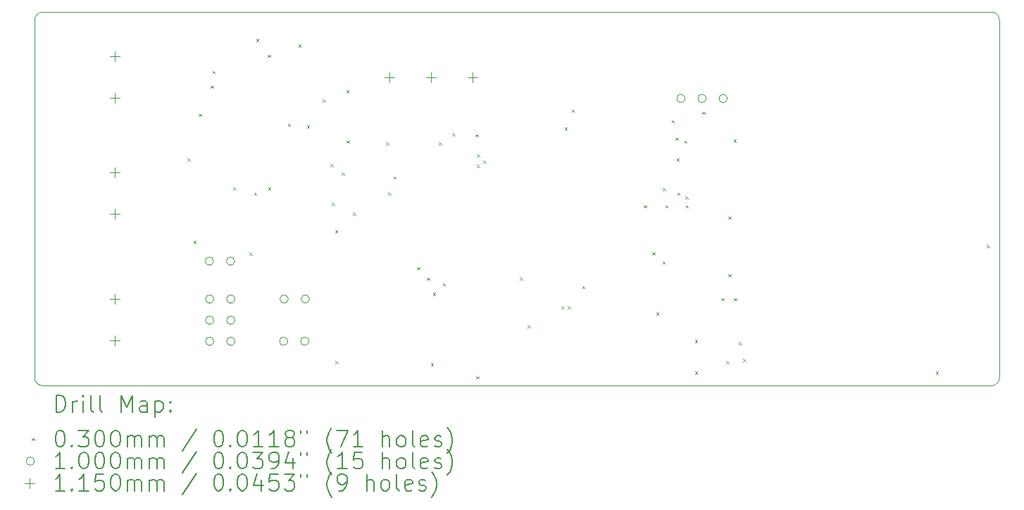
<source format=gbr>
%TF.GenerationSoftware,KiCad,Pcbnew,7.0.7*%
%TF.CreationDate,2023-10-14T20:39:13-07:00*%
%TF.ProjectId,Soil Power Sensor,536f696c-2050-46f7-9765-722053656e73,2.1.0*%
%TF.SameCoordinates,Original*%
%TF.FileFunction,Drillmap*%
%TF.FilePolarity,Positive*%
%FSLAX45Y45*%
G04 Gerber Fmt 4.5, Leading zero omitted, Abs format (unit mm)*
G04 Created by KiCad (PCBNEW 7.0.7) date 2023-10-14 20:39:13*
%MOMM*%
%LPD*%
G01*
G04 APERTURE LIST*
%ADD10C,0.050000*%
%ADD11C,0.200000*%
%ADD12C,0.030000*%
%ADD13C,0.100000*%
%ADD14C,0.115000*%
G04 APERTURE END LIST*
D10*
X12500000Y-4900000D02*
X12500000Y-9200000D01*
X24100000Y-4900000D02*
G75*
G03*
X24000000Y-4800000I-100000J0D01*
G01*
X12600000Y-9300000D02*
X24000000Y-9300000D01*
X24100000Y-9200000D02*
X24100000Y-4900000D01*
X24000000Y-9300000D02*
G75*
G03*
X24100000Y-9200000I0J100000D01*
G01*
X12600000Y-4800000D02*
G75*
G03*
X12500000Y-4900000I0J-100000D01*
G01*
X24000000Y-4800000D02*
X12600000Y-4800000D01*
X12500000Y-9200000D02*
G75*
G03*
X12600000Y-9300000I100000J0D01*
G01*
D11*
D12*
X14338000Y-6561000D02*
X14368000Y-6591000D01*
X14368000Y-6561000D02*
X14338000Y-6591000D01*
X14410000Y-7556000D02*
X14440000Y-7586000D01*
X14440000Y-7556000D02*
X14410000Y-7586000D01*
X14474000Y-6027000D02*
X14504000Y-6057000D01*
X14504000Y-6027000D02*
X14474000Y-6057000D01*
X14619000Y-5685000D02*
X14649000Y-5715000D01*
X14649000Y-5685000D02*
X14619000Y-5715000D01*
X14639000Y-5509500D02*
X14669000Y-5539500D01*
X14669000Y-5509500D02*
X14639000Y-5539500D01*
X14888000Y-6908000D02*
X14918000Y-6938000D01*
X14918000Y-6908000D02*
X14888000Y-6938000D01*
X15084000Y-7697000D02*
X15114000Y-7727000D01*
X15114000Y-7697000D02*
X15084000Y-7727000D01*
X15137000Y-6975000D02*
X15167000Y-7005000D01*
X15167000Y-6975000D02*
X15137000Y-7005000D01*
X15164000Y-5126000D02*
X15194000Y-5156000D01*
X15194000Y-5126000D02*
X15164000Y-5156000D01*
X15301000Y-5316000D02*
X15331000Y-5346000D01*
X15331000Y-5316000D02*
X15301000Y-5346000D01*
X15306000Y-6908000D02*
X15336000Y-6938000D01*
X15336000Y-6908000D02*
X15306000Y-6938000D01*
X15542500Y-6144500D02*
X15572500Y-6174500D01*
X15572500Y-6144500D02*
X15542500Y-6174500D01*
X15669500Y-5192000D02*
X15699500Y-5222000D01*
X15699500Y-5192000D02*
X15669500Y-5222000D01*
X15772150Y-6165000D02*
X15802150Y-6195000D01*
X15802150Y-6165000D02*
X15772150Y-6195000D01*
X15964000Y-5852000D02*
X15994000Y-5882000D01*
X15994000Y-5852000D02*
X15964000Y-5882000D01*
X16056000Y-6633000D02*
X16086000Y-6663000D01*
X16086000Y-6633000D02*
X16056000Y-6663000D01*
X16072000Y-7097000D02*
X16102000Y-7127000D01*
X16102000Y-7097000D02*
X16072000Y-7127000D01*
X16112000Y-7428000D02*
X16142000Y-7458000D01*
X16142000Y-7428000D02*
X16112000Y-7458000D01*
X16114000Y-9002000D02*
X16144000Y-9032000D01*
X16144000Y-9002000D02*
X16114000Y-9032000D01*
X16190000Y-6731000D02*
X16220000Y-6761000D01*
X16220000Y-6731000D02*
X16190000Y-6761000D01*
X16247000Y-5742000D02*
X16277000Y-5772000D01*
X16277000Y-5742000D02*
X16247000Y-5772000D01*
X16250000Y-6346000D02*
X16280000Y-6376000D01*
X16280000Y-6346000D02*
X16250000Y-6376000D01*
X16325000Y-7215000D02*
X16355000Y-7245000D01*
X16355000Y-7215000D02*
X16325000Y-7245000D01*
X16725000Y-6368000D02*
X16755000Y-6398000D01*
X16755000Y-6368000D02*
X16725000Y-6398000D01*
X16749000Y-6970000D02*
X16779000Y-7000000D01*
X16779000Y-6970000D02*
X16749000Y-7000000D01*
X16812500Y-6779500D02*
X16842500Y-6809500D01*
X16842500Y-6779500D02*
X16812500Y-6809500D01*
X17096000Y-7870000D02*
X17126000Y-7900000D01*
X17126000Y-7870000D02*
X17096000Y-7900000D01*
X17214000Y-7997000D02*
X17244000Y-8027000D01*
X17244000Y-7997000D02*
X17214000Y-8027000D01*
X17263000Y-9028000D02*
X17293000Y-9058000D01*
X17293000Y-9028000D02*
X17263000Y-9058000D01*
X17289000Y-8180000D02*
X17319000Y-8210000D01*
X17319000Y-8180000D02*
X17289000Y-8210000D01*
X17359000Y-6368000D02*
X17389000Y-6398000D01*
X17389000Y-6368000D02*
X17359000Y-6398000D01*
X17407000Y-8067000D02*
X17437000Y-8097000D01*
X17437000Y-8067000D02*
X17407000Y-8097000D01*
X17522000Y-6259000D02*
X17552000Y-6289000D01*
X17552000Y-6259000D02*
X17522000Y-6289000D01*
X17802000Y-6272000D02*
X17832000Y-6302000D01*
X17832000Y-6272000D02*
X17802000Y-6302000D01*
X17808000Y-9185000D02*
X17838000Y-9215000D01*
X17838000Y-9185000D02*
X17808000Y-9215000D01*
X17815800Y-6512800D02*
X17845800Y-6542800D01*
X17845800Y-6512800D02*
X17815800Y-6542800D01*
X17815800Y-6639800D02*
X17845800Y-6669800D01*
X17845800Y-6639800D02*
X17815800Y-6669800D01*
X17892000Y-6589000D02*
X17922000Y-6619000D01*
X17922000Y-6589000D02*
X17892000Y-6619000D01*
X18335000Y-7994900D02*
X18365000Y-8024900D01*
X18365000Y-7994900D02*
X18335000Y-8024900D01*
X18425400Y-8570200D02*
X18455400Y-8600200D01*
X18455400Y-8570200D02*
X18425400Y-8600200D01*
X18831800Y-8341600D02*
X18861800Y-8371600D01*
X18861800Y-8341600D02*
X18831800Y-8371600D01*
X18871000Y-6190450D02*
X18901000Y-6220450D01*
X18901000Y-6190450D02*
X18871000Y-6220450D01*
X18908000Y-8341600D02*
X18938000Y-8371600D01*
X18938000Y-8341600D02*
X18908000Y-8371600D01*
X18957000Y-5975000D02*
X18987000Y-6005000D01*
X18987000Y-5975000D02*
X18957000Y-6005000D01*
X19083721Y-8100250D02*
X19113721Y-8130250D01*
X19113721Y-8100250D02*
X19083721Y-8130250D01*
X19823000Y-7124250D02*
X19853000Y-7154250D01*
X19853000Y-7124250D02*
X19823000Y-7154250D01*
X19924000Y-7694000D02*
X19954000Y-7724000D01*
X19954000Y-7694000D02*
X19924000Y-7724000D01*
X19972000Y-8417000D02*
X20002000Y-8447000D01*
X20002000Y-8417000D02*
X19972000Y-8447000D01*
X20047000Y-7805000D02*
X20077000Y-7835000D01*
X20077000Y-7805000D02*
X20047000Y-7835000D01*
X20051000Y-6919200D02*
X20081000Y-6949200D01*
X20081000Y-6919200D02*
X20051000Y-6949200D01*
X20083000Y-7124250D02*
X20113000Y-7154250D01*
X20113000Y-7124250D02*
X20083000Y-7154250D01*
X20158000Y-6103000D02*
X20188000Y-6133000D01*
X20188000Y-6103000D02*
X20158000Y-6133000D01*
X20204000Y-6313000D02*
X20234000Y-6343000D01*
X20234000Y-6313000D02*
X20204000Y-6343000D01*
X20217000Y-6563000D02*
X20247000Y-6593000D01*
X20247000Y-6563000D02*
X20217000Y-6593000D01*
X20226900Y-6971900D02*
X20256900Y-7001900D01*
X20256900Y-6971900D02*
X20226900Y-7001900D01*
X20310000Y-6349000D02*
X20340000Y-6379000D01*
X20340000Y-6349000D02*
X20310000Y-6379000D01*
X20325000Y-7018950D02*
X20355000Y-7048950D01*
X20355000Y-7018950D02*
X20325000Y-7048950D01*
X20326000Y-7124250D02*
X20356000Y-7154250D01*
X20356000Y-7124250D02*
X20326000Y-7154250D01*
X20436000Y-9128000D02*
X20466000Y-9158000D01*
X20466000Y-9128000D02*
X20436000Y-9158000D01*
X20437000Y-8747000D02*
X20467000Y-8777000D01*
X20467000Y-8747000D02*
X20437000Y-8777000D01*
X20526000Y-6000000D02*
X20556000Y-6030000D01*
X20556000Y-6000000D02*
X20526000Y-6030000D01*
X20757000Y-8243000D02*
X20787000Y-8273000D01*
X20787000Y-8243000D02*
X20757000Y-8273000D01*
X20813000Y-9002000D02*
X20843000Y-9032000D01*
X20843000Y-9002000D02*
X20813000Y-9032000D01*
X20839000Y-7262000D02*
X20869000Y-7292000D01*
X20869000Y-7262000D02*
X20839000Y-7292000D01*
X20839000Y-7954000D02*
X20869000Y-7984000D01*
X20869000Y-7954000D02*
X20839000Y-7984000D01*
X20902000Y-6335000D02*
X20932000Y-6365000D01*
X20932000Y-6335000D02*
X20902000Y-6365000D01*
X20910000Y-8243000D02*
X20940000Y-8273000D01*
X20940000Y-8243000D02*
X20910000Y-8273000D01*
X20965400Y-8773400D02*
X20995400Y-8803400D01*
X20995400Y-8773400D02*
X20965400Y-8803400D01*
X21016200Y-8976600D02*
X21046200Y-9006600D01*
X21046200Y-8976600D02*
X21016200Y-9006600D01*
X23335000Y-9129000D02*
X23365000Y-9159000D01*
X23365000Y-9129000D02*
X23335000Y-9159000D01*
X23949000Y-7605000D02*
X23979000Y-7635000D01*
X23979000Y-7605000D02*
X23949000Y-7635000D01*
D13*
X14650000Y-7800000D02*
G75*
G03*
X14650000Y-7800000I-50000J0D01*
G01*
X14654500Y-8256500D02*
G75*
G03*
X14654500Y-8256500I-50000J0D01*
G01*
X14654500Y-8510500D02*
G75*
G03*
X14654500Y-8510500I-50000J0D01*
G01*
X14654500Y-8764500D02*
G75*
G03*
X14654500Y-8764500I-50000J0D01*
G01*
X14904000Y-7800000D02*
G75*
G03*
X14904000Y-7800000I-50000J0D01*
G01*
X14908500Y-8256500D02*
G75*
G03*
X14908500Y-8256500I-50000J0D01*
G01*
X14908500Y-8510500D02*
G75*
G03*
X14908500Y-8510500I-50000J0D01*
G01*
X14908500Y-8764500D02*
G75*
G03*
X14908500Y-8764500I-50000J0D01*
G01*
X15544000Y-8763000D02*
G75*
G03*
X15544000Y-8763000I-50000J0D01*
G01*
X15550000Y-8255000D02*
G75*
G03*
X15550000Y-8255000I-50000J0D01*
G01*
X15798000Y-8763000D02*
G75*
G03*
X15798000Y-8763000I-50000J0D01*
G01*
X15804000Y-8255000D02*
G75*
G03*
X15804000Y-8255000I-50000J0D01*
G01*
X20319200Y-5842000D02*
G75*
G03*
X20319200Y-5842000I-50000J0D01*
G01*
X20573200Y-5842000D02*
G75*
G03*
X20573200Y-5842000I-50000J0D01*
G01*
X20827200Y-5842000D02*
G75*
G03*
X20827200Y-5842000I-50000J0D01*
G01*
D14*
X13462000Y-5276500D02*
X13462000Y-5391500D01*
X13404500Y-5334000D02*
X13519500Y-5334000D01*
X13462000Y-5776500D02*
X13462000Y-5891500D01*
X13404500Y-5834000D02*
X13519500Y-5834000D01*
X13462000Y-6673500D02*
X13462000Y-6788500D01*
X13404500Y-6731000D02*
X13519500Y-6731000D01*
X13462000Y-7173500D02*
X13462000Y-7288500D01*
X13404500Y-7231000D02*
X13519500Y-7231000D01*
X13462000Y-8197500D02*
X13462000Y-8312500D01*
X13404500Y-8255000D02*
X13519500Y-8255000D01*
X13462000Y-8697500D02*
X13462000Y-8812500D01*
X13404500Y-8755000D02*
X13519500Y-8755000D01*
X16764000Y-5530500D02*
X16764000Y-5645500D01*
X16706500Y-5588000D02*
X16821500Y-5588000D01*
X17264000Y-5530500D02*
X17264000Y-5645500D01*
X17206500Y-5588000D02*
X17321500Y-5588000D01*
X17764000Y-5530500D02*
X17764000Y-5645500D01*
X17706500Y-5588000D02*
X17821500Y-5588000D01*
D11*
X12758277Y-9613984D02*
X12758277Y-9413984D01*
X12758277Y-9413984D02*
X12805896Y-9413984D01*
X12805896Y-9413984D02*
X12834467Y-9423508D01*
X12834467Y-9423508D02*
X12853515Y-9442555D01*
X12853515Y-9442555D02*
X12863039Y-9461603D01*
X12863039Y-9461603D02*
X12872562Y-9499698D01*
X12872562Y-9499698D02*
X12872562Y-9528270D01*
X12872562Y-9528270D02*
X12863039Y-9566365D01*
X12863039Y-9566365D02*
X12853515Y-9585412D01*
X12853515Y-9585412D02*
X12834467Y-9604460D01*
X12834467Y-9604460D02*
X12805896Y-9613984D01*
X12805896Y-9613984D02*
X12758277Y-9613984D01*
X12958277Y-9613984D02*
X12958277Y-9480650D01*
X12958277Y-9518746D02*
X12967801Y-9499698D01*
X12967801Y-9499698D02*
X12977324Y-9490174D01*
X12977324Y-9490174D02*
X12996372Y-9480650D01*
X12996372Y-9480650D02*
X13015420Y-9480650D01*
X13082086Y-9613984D02*
X13082086Y-9480650D01*
X13082086Y-9413984D02*
X13072562Y-9423508D01*
X13072562Y-9423508D02*
X13082086Y-9433031D01*
X13082086Y-9433031D02*
X13091610Y-9423508D01*
X13091610Y-9423508D02*
X13082086Y-9413984D01*
X13082086Y-9413984D02*
X13082086Y-9433031D01*
X13205896Y-9613984D02*
X13186848Y-9604460D01*
X13186848Y-9604460D02*
X13177324Y-9585412D01*
X13177324Y-9585412D02*
X13177324Y-9413984D01*
X13310658Y-9613984D02*
X13291610Y-9604460D01*
X13291610Y-9604460D02*
X13282086Y-9585412D01*
X13282086Y-9585412D02*
X13282086Y-9413984D01*
X13539229Y-9613984D02*
X13539229Y-9413984D01*
X13539229Y-9413984D02*
X13605896Y-9556841D01*
X13605896Y-9556841D02*
X13672562Y-9413984D01*
X13672562Y-9413984D02*
X13672562Y-9613984D01*
X13853515Y-9613984D02*
X13853515Y-9509222D01*
X13853515Y-9509222D02*
X13843991Y-9490174D01*
X13843991Y-9490174D02*
X13824943Y-9480650D01*
X13824943Y-9480650D02*
X13786848Y-9480650D01*
X13786848Y-9480650D02*
X13767801Y-9490174D01*
X13853515Y-9604460D02*
X13834467Y-9613984D01*
X13834467Y-9613984D02*
X13786848Y-9613984D01*
X13786848Y-9613984D02*
X13767801Y-9604460D01*
X13767801Y-9604460D02*
X13758277Y-9585412D01*
X13758277Y-9585412D02*
X13758277Y-9566365D01*
X13758277Y-9566365D02*
X13767801Y-9547317D01*
X13767801Y-9547317D02*
X13786848Y-9537793D01*
X13786848Y-9537793D02*
X13834467Y-9537793D01*
X13834467Y-9537793D02*
X13853515Y-9528270D01*
X13948753Y-9480650D02*
X13948753Y-9680650D01*
X13948753Y-9490174D02*
X13967801Y-9480650D01*
X13967801Y-9480650D02*
X14005896Y-9480650D01*
X14005896Y-9480650D02*
X14024943Y-9490174D01*
X14024943Y-9490174D02*
X14034467Y-9499698D01*
X14034467Y-9499698D02*
X14043991Y-9518746D01*
X14043991Y-9518746D02*
X14043991Y-9575889D01*
X14043991Y-9575889D02*
X14034467Y-9594936D01*
X14034467Y-9594936D02*
X14024943Y-9604460D01*
X14024943Y-9604460D02*
X14005896Y-9613984D01*
X14005896Y-9613984D02*
X13967801Y-9613984D01*
X13967801Y-9613984D02*
X13948753Y-9604460D01*
X14129705Y-9594936D02*
X14139229Y-9604460D01*
X14139229Y-9604460D02*
X14129705Y-9613984D01*
X14129705Y-9613984D02*
X14120182Y-9604460D01*
X14120182Y-9604460D02*
X14129705Y-9594936D01*
X14129705Y-9594936D02*
X14129705Y-9613984D01*
X14129705Y-9490174D02*
X14139229Y-9499698D01*
X14139229Y-9499698D02*
X14129705Y-9509222D01*
X14129705Y-9509222D02*
X14120182Y-9499698D01*
X14120182Y-9499698D02*
X14129705Y-9490174D01*
X14129705Y-9490174D02*
X14129705Y-9509222D01*
D12*
X12467500Y-9927500D02*
X12497500Y-9957500D01*
X12497500Y-9927500D02*
X12467500Y-9957500D01*
D11*
X12796372Y-9833984D02*
X12815420Y-9833984D01*
X12815420Y-9833984D02*
X12834467Y-9843508D01*
X12834467Y-9843508D02*
X12843991Y-9853031D01*
X12843991Y-9853031D02*
X12853515Y-9872079D01*
X12853515Y-9872079D02*
X12863039Y-9910174D01*
X12863039Y-9910174D02*
X12863039Y-9957793D01*
X12863039Y-9957793D02*
X12853515Y-9995889D01*
X12853515Y-9995889D02*
X12843991Y-10014936D01*
X12843991Y-10014936D02*
X12834467Y-10024460D01*
X12834467Y-10024460D02*
X12815420Y-10033984D01*
X12815420Y-10033984D02*
X12796372Y-10033984D01*
X12796372Y-10033984D02*
X12777324Y-10024460D01*
X12777324Y-10024460D02*
X12767801Y-10014936D01*
X12767801Y-10014936D02*
X12758277Y-9995889D01*
X12758277Y-9995889D02*
X12748753Y-9957793D01*
X12748753Y-9957793D02*
X12748753Y-9910174D01*
X12748753Y-9910174D02*
X12758277Y-9872079D01*
X12758277Y-9872079D02*
X12767801Y-9853031D01*
X12767801Y-9853031D02*
X12777324Y-9843508D01*
X12777324Y-9843508D02*
X12796372Y-9833984D01*
X12948753Y-10014936D02*
X12958277Y-10024460D01*
X12958277Y-10024460D02*
X12948753Y-10033984D01*
X12948753Y-10033984D02*
X12939229Y-10024460D01*
X12939229Y-10024460D02*
X12948753Y-10014936D01*
X12948753Y-10014936D02*
X12948753Y-10033984D01*
X13024943Y-9833984D02*
X13148753Y-9833984D01*
X13148753Y-9833984D02*
X13082086Y-9910174D01*
X13082086Y-9910174D02*
X13110658Y-9910174D01*
X13110658Y-9910174D02*
X13129705Y-9919698D01*
X13129705Y-9919698D02*
X13139229Y-9929222D01*
X13139229Y-9929222D02*
X13148753Y-9948270D01*
X13148753Y-9948270D02*
X13148753Y-9995889D01*
X13148753Y-9995889D02*
X13139229Y-10014936D01*
X13139229Y-10014936D02*
X13129705Y-10024460D01*
X13129705Y-10024460D02*
X13110658Y-10033984D01*
X13110658Y-10033984D02*
X13053515Y-10033984D01*
X13053515Y-10033984D02*
X13034467Y-10024460D01*
X13034467Y-10024460D02*
X13024943Y-10014936D01*
X13272562Y-9833984D02*
X13291610Y-9833984D01*
X13291610Y-9833984D02*
X13310658Y-9843508D01*
X13310658Y-9843508D02*
X13320182Y-9853031D01*
X13320182Y-9853031D02*
X13329705Y-9872079D01*
X13329705Y-9872079D02*
X13339229Y-9910174D01*
X13339229Y-9910174D02*
X13339229Y-9957793D01*
X13339229Y-9957793D02*
X13329705Y-9995889D01*
X13329705Y-9995889D02*
X13320182Y-10014936D01*
X13320182Y-10014936D02*
X13310658Y-10024460D01*
X13310658Y-10024460D02*
X13291610Y-10033984D01*
X13291610Y-10033984D02*
X13272562Y-10033984D01*
X13272562Y-10033984D02*
X13253515Y-10024460D01*
X13253515Y-10024460D02*
X13243991Y-10014936D01*
X13243991Y-10014936D02*
X13234467Y-9995889D01*
X13234467Y-9995889D02*
X13224943Y-9957793D01*
X13224943Y-9957793D02*
X13224943Y-9910174D01*
X13224943Y-9910174D02*
X13234467Y-9872079D01*
X13234467Y-9872079D02*
X13243991Y-9853031D01*
X13243991Y-9853031D02*
X13253515Y-9843508D01*
X13253515Y-9843508D02*
X13272562Y-9833984D01*
X13463039Y-9833984D02*
X13482086Y-9833984D01*
X13482086Y-9833984D02*
X13501134Y-9843508D01*
X13501134Y-9843508D02*
X13510658Y-9853031D01*
X13510658Y-9853031D02*
X13520182Y-9872079D01*
X13520182Y-9872079D02*
X13529705Y-9910174D01*
X13529705Y-9910174D02*
X13529705Y-9957793D01*
X13529705Y-9957793D02*
X13520182Y-9995889D01*
X13520182Y-9995889D02*
X13510658Y-10014936D01*
X13510658Y-10014936D02*
X13501134Y-10024460D01*
X13501134Y-10024460D02*
X13482086Y-10033984D01*
X13482086Y-10033984D02*
X13463039Y-10033984D01*
X13463039Y-10033984D02*
X13443991Y-10024460D01*
X13443991Y-10024460D02*
X13434467Y-10014936D01*
X13434467Y-10014936D02*
X13424943Y-9995889D01*
X13424943Y-9995889D02*
X13415420Y-9957793D01*
X13415420Y-9957793D02*
X13415420Y-9910174D01*
X13415420Y-9910174D02*
X13424943Y-9872079D01*
X13424943Y-9872079D02*
X13434467Y-9853031D01*
X13434467Y-9853031D02*
X13443991Y-9843508D01*
X13443991Y-9843508D02*
X13463039Y-9833984D01*
X13615420Y-10033984D02*
X13615420Y-9900650D01*
X13615420Y-9919698D02*
X13624943Y-9910174D01*
X13624943Y-9910174D02*
X13643991Y-9900650D01*
X13643991Y-9900650D02*
X13672563Y-9900650D01*
X13672563Y-9900650D02*
X13691610Y-9910174D01*
X13691610Y-9910174D02*
X13701134Y-9929222D01*
X13701134Y-9929222D02*
X13701134Y-10033984D01*
X13701134Y-9929222D02*
X13710658Y-9910174D01*
X13710658Y-9910174D02*
X13729705Y-9900650D01*
X13729705Y-9900650D02*
X13758277Y-9900650D01*
X13758277Y-9900650D02*
X13777324Y-9910174D01*
X13777324Y-9910174D02*
X13786848Y-9929222D01*
X13786848Y-9929222D02*
X13786848Y-10033984D01*
X13882086Y-10033984D02*
X13882086Y-9900650D01*
X13882086Y-9919698D02*
X13891610Y-9910174D01*
X13891610Y-9910174D02*
X13910658Y-9900650D01*
X13910658Y-9900650D02*
X13939229Y-9900650D01*
X13939229Y-9900650D02*
X13958277Y-9910174D01*
X13958277Y-9910174D02*
X13967801Y-9929222D01*
X13967801Y-9929222D02*
X13967801Y-10033984D01*
X13967801Y-9929222D02*
X13977324Y-9910174D01*
X13977324Y-9910174D02*
X13996372Y-9900650D01*
X13996372Y-9900650D02*
X14024943Y-9900650D01*
X14024943Y-9900650D02*
X14043991Y-9910174D01*
X14043991Y-9910174D02*
X14053515Y-9929222D01*
X14053515Y-9929222D02*
X14053515Y-10033984D01*
X14443991Y-9824460D02*
X14272563Y-10081603D01*
X14701134Y-9833984D02*
X14720182Y-9833984D01*
X14720182Y-9833984D02*
X14739229Y-9843508D01*
X14739229Y-9843508D02*
X14748753Y-9853031D01*
X14748753Y-9853031D02*
X14758277Y-9872079D01*
X14758277Y-9872079D02*
X14767801Y-9910174D01*
X14767801Y-9910174D02*
X14767801Y-9957793D01*
X14767801Y-9957793D02*
X14758277Y-9995889D01*
X14758277Y-9995889D02*
X14748753Y-10014936D01*
X14748753Y-10014936D02*
X14739229Y-10024460D01*
X14739229Y-10024460D02*
X14720182Y-10033984D01*
X14720182Y-10033984D02*
X14701134Y-10033984D01*
X14701134Y-10033984D02*
X14682086Y-10024460D01*
X14682086Y-10024460D02*
X14672563Y-10014936D01*
X14672563Y-10014936D02*
X14663039Y-9995889D01*
X14663039Y-9995889D02*
X14653515Y-9957793D01*
X14653515Y-9957793D02*
X14653515Y-9910174D01*
X14653515Y-9910174D02*
X14663039Y-9872079D01*
X14663039Y-9872079D02*
X14672563Y-9853031D01*
X14672563Y-9853031D02*
X14682086Y-9843508D01*
X14682086Y-9843508D02*
X14701134Y-9833984D01*
X14853515Y-10014936D02*
X14863039Y-10024460D01*
X14863039Y-10024460D02*
X14853515Y-10033984D01*
X14853515Y-10033984D02*
X14843991Y-10024460D01*
X14843991Y-10024460D02*
X14853515Y-10014936D01*
X14853515Y-10014936D02*
X14853515Y-10033984D01*
X14986848Y-9833984D02*
X15005896Y-9833984D01*
X15005896Y-9833984D02*
X15024944Y-9843508D01*
X15024944Y-9843508D02*
X15034467Y-9853031D01*
X15034467Y-9853031D02*
X15043991Y-9872079D01*
X15043991Y-9872079D02*
X15053515Y-9910174D01*
X15053515Y-9910174D02*
X15053515Y-9957793D01*
X15053515Y-9957793D02*
X15043991Y-9995889D01*
X15043991Y-9995889D02*
X15034467Y-10014936D01*
X15034467Y-10014936D02*
X15024944Y-10024460D01*
X15024944Y-10024460D02*
X15005896Y-10033984D01*
X15005896Y-10033984D02*
X14986848Y-10033984D01*
X14986848Y-10033984D02*
X14967801Y-10024460D01*
X14967801Y-10024460D02*
X14958277Y-10014936D01*
X14958277Y-10014936D02*
X14948753Y-9995889D01*
X14948753Y-9995889D02*
X14939229Y-9957793D01*
X14939229Y-9957793D02*
X14939229Y-9910174D01*
X14939229Y-9910174D02*
X14948753Y-9872079D01*
X14948753Y-9872079D02*
X14958277Y-9853031D01*
X14958277Y-9853031D02*
X14967801Y-9843508D01*
X14967801Y-9843508D02*
X14986848Y-9833984D01*
X15243991Y-10033984D02*
X15129706Y-10033984D01*
X15186848Y-10033984D02*
X15186848Y-9833984D01*
X15186848Y-9833984D02*
X15167801Y-9862555D01*
X15167801Y-9862555D02*
X15148753Y-9881603D01*
X15148753Y-9881603D02*
X15129706Y-9891127D01*
X15434467Y-10033984D02*
X15320182Y-10033984D01*
X15377325Y-10033984D02*
X15377325Y-9833984D01*
X15377325Y-9833984D02*
X15358277Y-9862555D01*
X15358277Y-9862555D02*
X15339229Y-9881603D01*
X15339229Y-9881603D02*
X15320182Y-9891127D01*
X15548753Y-9919698D02*
X15529706Y-9910174D01*
X15529706Y-9910174D02*
X15520182Y-9900650D01*
X15520182Y-9900650D02*
X15510658Y-9881603D01*
X15510658Y-9881603D02*
X15510658Y-9872079D01*
X15510658Y-9872079D02*
X15520182Y-9853031D01*
X15520182Y-9853031D02*
X15529706Y-9843508D01*
X15529706Y-9843508D02*
X15548753Y-9833984D01*
X15548753Y-9833984D02*
X15586848Y-9833984D01*
X15586848Y-9833984D02*
X15605896Y-9843508D01*
X15605896Y-9843508D02*
X15615420Y-9853031D01*
X15615420Y-9853031D02*
X15624944Y-9872079D01*
X15624944Y-9872079D02*
X15624944Y-9881603D01*
X15624944Y-9881603D02*
X15615420Y-9900650D01*
X15615420Y-9900650D02*
X15605896Y-9910174D01*
X15605896Y-9910174D02*
X15586848Y-9919698D01*
X15586848Y-9919698D02*
X15548753Y-9919698D01*
X15548753Y-9919698D02*
X15529706Y-9929222D01*
X15529706Y-9929222D02*
X15520182Y-9938746D01*
X15520182Y-9938746D02*
X15510658Y-9957793D01*
X15510658Y-9957793D02*
X15510658Y-9995889D01*
X15510658Y-9995889D02*
X15520182Y-10014936D01*
X15520182Y-10014936D02*
X15529706Y-10024460D01*
X15529706Y-10024460D02*
X15548753Y-10033984D01*
X15548753Y-10033984D02*
X15586848Y-10033984D01*
X15586848Y-10033984D02*
X15605896Y-10024460D01*
X15605896Y-10024460D02*
X15615420Y-10014936D01*
X15615420Y-10014936D02*
X15624944Y-9995889D01*
X15624944Y-9995889D02*
X15624944Y-9957793D01*
X15624944Y-9957793D02*
X15615420Y-9938746D01*
X15615420Y-9938746D02*
X15605896Y-9929222D01*
X15605896Y-9929222D02*
X15586848Y-9919698D01*
X15701134Y-9833984D02*
X15701134Y-9872079D01*
X15777325Y-9833984D02*
X15777325Y-9872079D01*
X16072563Y-10110174D02*
X16063039Y-10100650D01*
X16063039Y-10100650D02*
X16043991Y-10072079D01*
X16043991Y-10072079D02*
X16034468Y-10053031D01*
X16034468Y-10053031D02*
X16024944Y-10024460D01*
X16024944Y-10024460D02*
X16015420Y-9976841D01*
X16015420Y-9976841D02*
X16015420Y-9938746D01*
X16015420Y-9938746D02*
X16024944Y-9891127D01*
X16024944Y-9891127D02*
X16034468Y-9862555D01*
X16034468Y-9862555D02*
X16043991Y-9843508D01*
X16043991Y-9843508D02*
X16063039Y-9814936D01*
X16063039Y-9814936D02*
X16072563Y-9805412D01*
X16129706Y-9833984D02*
X16263039Y-9833984D01*
X16263039Y-9833984D02*
X16177325Y-10033984D01*
X16443991Y-10033984D02*
X16329706Y-10033984D01*
X16386848Y-10033984D02*
X16386848Y-9833984D01*
X16386848Y-9833984D02*
X16367801Y-9862555D01*
X16367801Y-9862555D02*
X16348753Y-9881603D01*
X16348753Y-9881603D02*
X16329706Y-9891127D01*
X16682087Y-10033984D02*
X16682087Y-9833984D01*
X16767801Y-10033984D02*
X16767801Y-9929222D01*
X16767801Y-9929222D02*
X16758277Y-9910174D01*
X16758277Y-9910174D02*
X16739230Y-9900650D01*
X16739230Y-9900650D02*
X16710658Y-9900650D01*
X16710658Y-9900650D02*
X16691610Y-9910174D01*
X16691610Y-9910174D02*
X16682087Y-9919698D01*
X16891611Y-10033984D02*
X16872563Y-10024460D01*
X16872563Y-10024460D02*
X16863039Y-10014936D01*
X16863039Y-10014936D02*
X16853515Y-9995889D01*
X16853515Y-9995889D02*
X16853515Y-9938746D01*
X16853515Y-9938746D02*
X16863039Y-9919698D01*
X16863039Y-9919698D02*
X16872563Y-9910174D01*
X16872563Y-9910174D02*
X16891611Y-9900650D01*
X16891611Y-9900650D02*
X16920182Y-9900650D01*
X16920182Y-9900650D02*
X16939230Y-9910174D01*
X16939230Y-9910174D02*
X16948753Y-9919698D01*
X16948753Y-9919698D02*
X16958277Y-9938746D01*
X16958277Y-9938746D02*
X16958277Y-9995889D01*
X16958277Y-9995889D02*
X16948753Y-10014936D01*
X16948753Y-10014936D02*
X16939230Y-10024460D01*
X16939230Y-10024460D02*
X16920182Y-10033984D01*
X16920182Y-10033984D02*
X16891611Y-10033984D01*
X17072563Y-10033984D02*
X17053515Y-10024460D01*
X17053515Y-10024460D02*
X17043992Y-10005412D01*
X17043992Y-10005412D02*
X17043992Y-9833984D01*
X17224944Y-10024460D02*
X17205896Y-10033984D01*
X17205896Y-10033984D02*
X17167801Y-10033984D01*
X17167801Y-10033984D02*
X17148753Y-10024460D01*
X17148753Y-10024460D02*
X17139230Y-10005412D01*
X17139230Y-10005412D02*
X17139230Y-9929222D01*
X17139230Y-9929222D02*
X17148753Y-9910174D01*
X17148753Y-9910174D02*
X17167801Y-9900650D01*
X17167801Y-9900650D02*
X17205896Y-9900650D01*
X17205896Y-9900650D02*
X17224944Y-9910174D01*
X17224944Y-9910174D02*
X17234468Y-9929222D01*
X17234468Y-9929222D02*
X17234468Y-9948270D01*
X17234468Y-9948270D02*
X17139230Y-9967317D01*
X17310658Y-10024460D02*
X17329706Y-10033984D01*
X17329706Y-10033984D02*
X17367801Y-10033984D01*
X17367801Y-10033984D02*
X17386849Y-10024460D01*
X17386849Y-10024460D02*
X17396373Y-10005412D01*
X17396373Y-10005412D02*
X17396373Y-9995889D01*
X17396373Y-9995889D02*
X17386849Y-9976841D01*
X17386849Y-9976841D02*
X17367801Y-9967317D01*
X17367801Y-9967317D02*
X17339230Y-9967317D01*
X17339230Y-9967317D02*
X17320182Y-9957793D01*
X17320182Y-9957793D02*
X17310658Y-9938746D01*
X17310658Y-9938746D02*
X17310658Y-9929222D01*
X17310658Y-9929222D02*
X17320182Y-9910174D01*
X17320182Y-9910174D02*
X17339230Y-9900650D01*
X17339230Y-9900650D02*
X17367801Y-9900650D01*
X17367801Y-9900650D02*
X17386849Y-9910174D01*
X17463039Y-10110174D02*
X17472563Y-10100650D01*
X17472563Y-10100650D02*
X17491611Y-10072079D01*
X17491611Y-10072079D02*
X17501134Y-10053031D01*
X17501134Y-10053031D02*
X17510658Y-10024460D01*
X17510658Y-10024460D02*
X17520182Y-9976841D01*
X17520182Y-9976841D02*
X17520182Y-9938746D01*
X17520182Y-9938746D02*
X17510658Y-9891127D01*
X17510658Y-9891127D02*
X17501134Y-9862555D01*
X17501134Y-9862555D02*
X17491611Y-9843508D01*
X17491611Y-9843508D02*
X17472563Y-9814936D01*
X17472563Y-9814936D02*
X17463039Y-9805412D01*
D13*
X12497500Y-10206500D02*
G75*
G03*
X12497500Y-10206500I-50000J0D01*
G01*
D11*
X12863039Y-10297984D02*
X12748753Y-10297984D01*
X12805896Y-10297984D02*
X12805896Y-10097984D01*
X12805896Y-10097984D02*
X12786848Y-10126555D01*
X12786848Y-10126555D02*
X12767801Y-10145603D01*
X12767801Y-10145603D02*
X12748753Y-10155127D01*
X12948753Y-10278936D02*
X12958277Y-10288460D01*
X12958277Y-10288460D02*
X12948753Y-10297984D01*
X12948753Y-10297984D02*
X12939229Y-10288460D01*
X12939229Y-10288460D02*
X12948753Y-10278936D01*
X12948753Y-10278936D02*
X12948753Y-10297984D01*
X13082086Y-10097984D02*
X13101134Y-10097984D01*
X13101134Y-10097984D02*
X13120182Y-10107508D01*
X13120182Y-10107508D02*
X13129705Y-10117031D01*
X13129705Y-10117031D02*
X13139229Y-10136079D01*
X13139229Y-10136079D02*
X13148753Y-10174174D01*
X13148753Y-10174174D02*
X13148753Y-10221793D01*
X13148753Y-10221793D02*
X13139229Y-10259889D01*
X13139229Y-10259889D02*
X13129705Y-10278936D01*
X13129705Y-10278936D02*
X13120182Y-10288460D01*
X13120182Y-10288460D02*
X13101134Y-10297984D01*
X13101134Y-10297984D02*
X13082086Y-10297984D01*
X13082086Y-10297984D02*
X13063039Y-10288460D01*
X13063039Y-10288460D02*
X13053515Y-10278936D01*
X13053515Y-10278936D02*
X13043991Y-10259889D01*
X13043991Y-10259889D02*
X13034467Y-10221793D01*
X13034467Y-10221793D02*
X13034467Y-10174174D01*
X13034467Y-10174174D02*
X13043991Y-10136079D01*
X13043991Y-10136079D02*
X13053515Y-10117031D01*
X13053515Y-10117031D02*
X13063039Y-10107508D01*
X13063039Y-10107508D02*
X13082086Y-10097984D01*
X13272562Y-10097984D02*
X13291610Y-10097984D01*
X13291610Y-10097984D02*
X13310658Y-10107508D01*
X13310658Y-10107508D02*
X13320182Y-10117031D01*
X13320182Y-10117031D02*
X13329705Y-10136079D01*
X13329705Y-10136079D02*
X13339229Y-10174174D01*
X13339229Y-10174174D02*
X13339229Y-10221793D01*
X13339229Y-10221793D02*
X13329705Y-10259889D01*
X13329705Y-10259889D02*
X13320182Y-10278936D01*
X13320182Y-10278936D02*
X13310658Y-10288460D01*
X13310658Y-10288460D02*
X13291610Y-10297984D01*
X13291610Y-10297984D02*
X13272562Y-10297984D01*
X13272562Y-10297984D02*
X13253515Y-10288460D01*
X13253515Y-10288460D02*
X13243991Y-10278936D01*
X13243991Y-10278936D02*
X13234467Y-10259889D01*
X13234467Y-10259889D02*
X13224943Y-10221793D01*
X13224943Y-10221793D02*
X13224943Y-10174174D01*
X13224943Y-10174174D02*
X13234467Y-10136079D01*
X13234467Y-10136079D02*
X13243991Y-10117031D01*
X13243991Y-10117031D02*
X13253515Y-10107508D01*
X13253515Y-10107508D02*
X13272562Y-10097984D01*
X13463039Y-10097984D02*
X13482086Y-10097984D01*
X13482086Y-10097984D02*
X13501134Y-10107508D01*
X13501134Y-10107508D02*
X13510658Y-10117031D01*
X13510658Y-10117031D02*
X13520182Y-10136079D01*
X13520182Y-10136079D02*
X13529705Y-10174174D01*
X13529705Y-10174174D02*
X13529705Y-10221793D01*
X13529705Y-10221793D02*
X13520182Y-10259889D01*
X13520182Y-10259889D02*
X13510658Y-10278936D01*
X13510658Y-10278936D02*
X13501134Y-10288460D01*
X13501134Y-10288460D02*
X13482086Y-10297984D01*
X13482086Y-10297984D02*
X13463039Y-10297984D01*
X13463039Y-10297984D02*
X13443991Y-10288460D01*
X13443991Y-10288460D02*
X13434467Y-10278936D01*
X13434467Y-10278936D02*
X13424943Y-10259889D01*
X13424943Y-10259889D02*
X13415420Y-10221793D01*
X13415420Y-10221793D02*
X13415420Y-10174174D01*
X13415420Y-10174174D02*
X13424943Y-10136079D01*
X13424943Y-10136079D02*
X13434467Y-10117031D01*
X13434467Y-10117031D02*
X13443991Y-10107508D01*
X13443991Y-10107508D02*
X13463039Y-10097984D01*
X13615420Y-10297984D02*
X13615420Y-10164650D01*
X13615420Y-10183698D02*
X13624943Y-10174174D01*
X13624943Y-10174174D02*
X13643991Y-10164650D01*
X13643991Y-10164650D02*
X13672563Y-10164650D01*
X13672563Y-10164650D02*
X13691610Y-10174174D01*
X13691610Y-10174174D02*
X13701134Y-10193222D01*
X13701134Y-10193222D02*
X13701134Y-10297984D01*
X13701134Y-10193222D02*
X13710658Y-10174174D01*
X13710658Y-10174174D02*
X13729705Y-10164650D01*
X13729705Y-10164650D02*
X13758277Y-10164650D01*
X13758277Y-10164650D02*
X13777324Y-10174174D01*
X13777324Y-10174174D02*
X13786848Y-10193222D01*
X13786848Y-10193222D02*
X13786848Y-10297984D01*
X13882086Y-10297984D02*
X13882086Y-10164650D01*
X13882086Y-10183698D02*
X13891610Y-10174174D01*
X13891610Y-10174174D02*
X13910658Y-10164650D01*
X13910658Y-10164650D02*
X13939229Y-10164650D01*
X13939229Y-10164650D02*
X13958277Y-10174174D01*
X13958277Y-10174174D02*
X13967801Y-10193222D01*
X13967801Y-10193222D02*
X13967801Y-10297984D01*
X13967801Y-10193222D02*
X13977324Y-10174174D01*
X13977324Y-10174174D02*
X13996372Y-10164650D01*
X13996372Y-10164650D02*
X14024943Y-10164650D01*
X14024943Y-10164650D02*
X14043991Y-10174174D01*
X14043991Y-10174174D02*
X14053515Y-10193222D01*
X14053515Y-10193222D02*
X14053515Y-10297984D01*
X14443991Y-10088460D02*
X14272563Y-10345603D01*
X14701134Y-10097984D02*
X14720182Y-10097984D01*
X14720182Y-10097984D02*
X14739229Y-10107508D01*
X14739229Y-10107508D02*
X14748753Y-10117031D01*
X14748753Y-10117031D02*
X14758277Y-10136079D01*
X14758277Y-10136079D02*
X14767801Y-10174174D01*
X14767801Y-10174174D02*
X14767801Y-10221793D01*
X14767801Y-10221793D02*
X14758277Y-10259889D01*
X14758277Y-10259889D02*
X14748753Y-10278936D01*
X14748753Y-10278936D02*
X14739229Y-10288460D01*
X14739229Y-10288460D02*
X14720182Y-10297984D01*
X14720182Y-10297984D02*
X14701134Y-10297984D01*
X14701134Y-10297984D02*
X14682086Y-10288460D01*
X14682086Y-10288460D02*
X14672563Y-10278936D01*
X14672563Y-10278936D02*
X14663039Y-10259889D01*
X14663039Y-10259889D02*
X14653515Y-10221793D01*
X14653515Y-10221793D02*
X14653515Y-10174174D01*
X14653515Y-10174174D02*
X14663039Y-10136079D01*
X14663039Y-10136079D02*
X14672563Y-10117031D01*
X14672563Y-10117031D02*
X14682086Y-10107508D01*
X14682086Y-10107508D02*
X14701134Y-10097984D01*
X14853515Y-10278936D02*
X14863039Y-10288460D01*
X14863039Y-10288460D02*
X14853515Y-10297984D01*
X14853515Y-10297984D02*
X14843991Y-10288460D01*
X14843991Y-10288460D02*
X14853515Y-10278936D01*
X14853515Y-10278936D02*
X14853515Y-10297984D01*
X14986848Y-10097984D02*
X15005896Y-10097984D01*
X15005896Y-10097984D02*
X15024944Y-10107508D01*
X15024944Y-10107508D02*
X15034467Y-10117031D01*
X15034467Y-10117031D02*
X15043991Y-10136079D01*
X15043991Y-10136079D02*
X15053515Y-10174174D01*
X15053515Y-10174174D02*
X15053515Y-10221793D01*
X15053515Y-10221793D02*
X15043991Y-10259889D01*
X15043991Y-10259889D02*
X15034467Y-10278936D01*
X15034467Y-10278936D02*
X15024944Y-10288460D01*
X15024944Y-10288460D02*
X15005896Y-10297984D01*
X15005896Y-10297984D02*
X14986848Y-10297984D01*
X14986848Y-10297984D02*
X14967801Y-10288460D01*
X14967801Y-10288460D02*
X14958277Y-10278936D01*
X14958277Y-10278936D02*
X14948753Y-10259889D01*
X14948753Y-10259889D02*
X14939229Y-10221793D01*
X14939229Y-10221793D02*
X14939229Y-10174174D01*
X14939229Y-10174174D02*
X14948753Y-10136079D01*
X14948753Y-10136079D02*
X14958277Y-10117031D01*
X14958277Y-10117031D02*
X14967801Y-10107508D01*
X14967801Y-10107508D02*
X14986848Y-10097984D01*
X15120182Y-10097984D02*
X15243991Y-10097984D01*
X15243991Y-10097984D02*
X15177325Y-10174174D01*
X15177325Y-10174174D02*
X15205896Y-10174174D01*
X15205896Y-10174174D02*
X15224944Y-10183698D01*
X15224944Y-10183698D02*
X15234467Y-10193222D01*
X15234467Y-10193222D02*
X15243991Y-10212270D01*
X15243991Y-10212270D02*
X15243991Y-10259889D01*
X15243991Y-10259889D02*
X15234467Y-10278936D01*
X15234467Y-10278936D02*
X15224944Y-10288460D01*
X15224944Y-10288460D02*
X15205896Y-10297984D01*
X15205896Y-10297984D02*
X15148753Y-10297984D01*
X15148753Y-10297984D02*
X15129706Y-10288460D01*
X15129706Y-10288460D02*
X15120182Y-10278936D01*
X15339229Y-10297984D02*
X15377325Y-10297984D01*
X15377325Y-10297984D02*
X15396372Y-10288460D01*
X15396372Y-10288460D02*
X15405896Y-10278936D01*
X15405896Y-10278936D02*
X15424944Y-10250365D01*
X15424944Y-10250365D02*
X15434467Y-10212270D01*
X15434467Y-10212270D02*
X15434467Y-10136079D01*
X15434467Y-10136079D02*
X15424944Y-10117031D01*
X15424944Y-10117031D02*
X15415420Y-10107508D01*
X15415420Y-10107508D02*
X15396372Y-10097984D01*
X15396372Y-10097984D02*
X15358277Y-10097984D01*
X15358277Y-10097984D02*
X15339229Y-10107508D01*
X15339229Y-10107508D02*
X15329706Y-10117031D01*
X15329706Y-10117031D02*
X15320182Y-10136079D01*
X15320182Y-10136079D02*
X15320182Y-10183698D01*
X15320182Y-10183698D02*
X15329706Y-10202746D01*
X15329706Y-10202746D02*
X15339229Y-10212270D01*
X15339229Y-10212270D02*
X15358277Y-10221793D01*
X15358277Y-10221793D02*
X15396372Y-10221793D01*
X15396372Y-10221793D02*
X15415420Y-10212270D01*
X15415420Y-10212270D02*
X15424944Y-10202746D01*
X15424944Y-10202746D02*
X15434467Y-10183698D01*
X15605896Y-10164650D02*
X15605896Y-10297984D01*
X15558277Y-10088460D02*
X15510658Y-10231317D01*
X15510658Y-10231317D02*
X15634467Y-10231317D01*
X15701134Y-10097984D02*
X15701134Y-10136079D01*
X15777325Y-10097984D02*
X15777325Y-10136079D01*
X16072563Y-10374174D02*
X16063039Y-10364650D01*
X16063039Y-10364650D02*
X16043991Y-10336079D01*
X16043991Y-10336079D02*
X16034468Y-10317031D01*
X16034468Y-10317031D02*
X16024944Y-10288460D01*
X16024944Y-10288460D02*
X16015420Y-10240841D01*
X16015420Y-10240841D02*
X16015420Y-10202746D01*
X16015420Y-10202746D02*
X16024944Y-10155127D01*
X16024944Y-10155127D02*
X16034468Y-10126555D01*
X16034468Y-10126555D02*
X16043991Y-10107508D01*
X16043991Y-10107508D02*
X16063039Y-10078936D01*
X16063039Y-10078936D02*
X16072563Y-10069412D01*
X16253515Y-10297984D02*
X16139229Y-10297984D01*
X16196372Y-10297984D02*
X16196372Y-10097984D01*
X16196372Y-10097984D02*
X16177325Y-10126555D01*
X16177325Y-10126555D02*
X16158277Y-10145603D01*
X16158277Y-10145603D02*
X16139229Y-10155127D01*
X16434468Y-10097984D02*
X16339229Y-10097984D01*
X16339229Y-10097984D02*
X16329706Y-10193222D01*
X16329706Y-10193222D02*
X16339229Y-10183698D01*
X16339229Y-10183698D02*
X16358277Y-10174174D01*
X16358277Y-10174174D02*
X16405896Y-10174174D01*
X16405896Y-10174174D02*
X16424944Y-10183698D01*
X16424944Y-10183698D02*
X16434468Y-10193222D01*
X16434468Y-10193222D02*
X16443991Y-10212270D01*
X16443991Y-10212270D02*
X16443991Y-10259889D01*
X16443991Y-10259889D02*
X16434468Y-10278936D01*
X16434468Y-10278936D02*
X16424944Y-10288460D01*
X16424944Y-10288460D02*
X16405896Y-10297984D01*
X16405896Y-10297984D02*
X16358277Y-10297984D01*
X16358277Y-10297984D02*
X16339229Y-10288460D01*
X16339229Y-10288460D02*
X16329706Y-10278936D01*
X16682087Y-10297984D02*
X16682087Y-10097984D01*
X16767801Y-10297984D02*
X16767801Y-10193222D01*
X16767801Y-10193222D02*
X16758277Y-10174174D01*
X16758277Y-10174174D02*
X16739230Y-10164650D01*
X16739230Y-10164650D02*
X16710658Y-10164650D01*
X16710658Y-10164650D02*
X16691610Y-10174174D01*
X16691610Y-10174174D02*
X16682087Y-10183698D01*
X16891611Y-10297984D02*
X16872563Y-10288460D01*
X16872563Y-10288460D02*
X16863039Y-10278936D01*
X16863039Y-10278936D02*
X16853515Y-10259889D01*
X16853515Y-10259889D02*
X16853515Y-10202746D01*
X16853515Y-10202746D02*
X16863039Y-10183698D01*
X16863039Y-10183698D02*
X16872563Y-10174174D01*
X16872563Y-10174174D02*
X16891611Y-10164650D01*
X16891611Y-10164650D02*
X16920182Y-10164650D01*
X16920182Y-10164650D02*
X16939230Y-10174174D01*
X16939230Y-10174174D02*
X16948753Y-10183698D01*
X16948753Y-10183698D02*
X16958277Y-10202746D01*
X16958277Y-10202746D02*
X16958277Y-10259889D01*
X16958277Y-10259889D02*
X16948753Y-10278936D01*
X16948753Y-10278936D02*
X16939230Y-10288460D01*
X16939230Y-10288460D02*
X16920182Y-10297984D01*
X16920182Y-10297984D02*
X16891611Y-10297984D01*
X17072563Y-10297984D02*
X17053515Y-10288460D01*
X17053515Y-10288460D02*
X17043992Y-10269412D01*
X17043992Y-10269412D02*
X17043992Y-10097984D01*
X17224944Y-10288460D02*
X17205896Y-10297984D01*
X17205896Y-10297984D02*
X17167801Y-10297984D01*
X17167801Y-10297984D02*
X17148753Y-10288460D01*
X17148753Y-10288460D02*
X17139230Y-10269412D01*
X17139230Y-10269412D02*
X17139230Y-10193222D01*
X17139230Y-10193222D02*
X17148753Y-10174174D01*
X17148753Y-10174174D02*
X17167801Y-10164650D01*
X17167801Y-10164650D02*
X17205896Y-10164650D01*
X17205896Y-10164650D02*
X17224944Y-10174174D01*
X17224944Y-10174174D02*
X17234468Y-10193222D01*
X17234468Y-10193222D02*
X17234468Y-10212270D01*
X17234468Y-10212270D02*
X17139230Y-10231317D01*
X17310658Y-10288460D02*
X17329706Y-10297984D01*
X17329706Y-10297984D02*
X17367801Y-10297984D01*
X17367801Y-10297984D02*
X17386849Y-10288460D01*
X17386849Y-10288460D02*
X17396373Y-10269412D01*
X17396373Y-10269412D02*
X17396373Y-10259889D01*
X17396373Y-10259889D02*
X17386849Y-10240841D01*
X17386849Y-10240841D02*
X17367801Y-10231317D01*
X17367801Y-10231317D02*
X17339230Y-10231317D01*
X17339230Y-10231317D02*
X17320182Y-10221793D01*
X17320182Y-10221793D02*
X17310658Y-10202746D01*
X17310658Y-10202746D02*
X17310658Y-10193222D01*
X17310658Y-10193222D02*
X17320182Y-10174174D01*
X17320182Y-10174174D02*
X17339230Y-10164650D01*
X17339230Y-10164650D02*
X17367801Y-10164650D01*
X17367801Y-10164650D02*
X17386849Y-10174174D01*
X17463039Y-10374174D02*
X17472563Y-10364650D01*
X17472563Y-10364650D02*
X17491611Y-10336079D01*
X17491611Y-10336079D02*
X17501134Y-10317031D01*
X17501134Y-10317031D02*
X17510658Y-10288460D01*
X17510658Y-10288460D02*
X17520182Y-10240841D01*
X17520182Y-10240841D02*
X17520182Y-10202746D01*
X17520182Y-10202746D02*
X17510658Y-10155127D01*
X17510658Y-10155127D02*
X17501134Y-10126555D01*
X17501134Y-10126555D02*
X17491611Y-10107508D01*
X17491611Y-10107508D02*
X17472563Y-10078936D01*
X17472563Y-10078936D02*
X17463039Y-10069412D01*
D14*
X12440000Y-10413000D02*
X12440000Y-10528000D01*
X12382500Y-10470500D02*
X12497500Y-10470500D01*
D11*
X12863039Y-10561984D02*
X12748753Y-10561984D01*
X12805896Y-10561984D02*
X12805896Y-10361984D01*
X12805896Y-10361984D02*
X12786848Y-10390555D01*
X12786848Y-10390555D02*
X12767801Y-10409603D01*
X12767801Y-10409603D02*
X12748753Y-10419127D01*
X12948753Y-10542936D02*
X12958277Y-10552460D01*
X12958277Y-10552460D02*
X12948753Y-10561984D01*
X12948753Y-10561984D02*
X12939229Y-10552460D01*
X12939229Y-10552460D02*
X12948753Y-10542936D01*
X12948753Y-10542936D02*
X12948753Y-10561984D01*
X13148753Y-10561984D02*
X13034467Y-10561984D01*
X13091610Y-10561984D02*
X13091610Y-10361984D01*
X13091610Y-10361984D02*
X13072562Y-10390555D01*
X13072562Y-10390555D02*
X13053515Y-10409603D01*
X13053515Y-10409603D02*
X13034467Y-10419127D01*
X13329705Y-10361984D02*
X13234467Y-10361984D01*
X13234467Y-10361984D02*
X13224943Y-10457222D01*
X13224943Y-10457222D02*
X13234467Y-10447698D01*
X13234467Y-10447698D02*
X13253515Y-10438174D01*
X13253515Y-10438174D02*
X13301134Y-10438174D01*
X13301134Y-10438174D02*
X13320182Y-10447698D01*
X13320182Y-10447698D02*
X13329705Y-10457222D01*
X13329705Y-10457222D02*
X13339229Y-10476270D01*
X13339229Y-10476270D02*
X13339229Y-10523889D01*
X13339229Y-10523889D02*
X13329705Y-10542936D01*
X13329705Y-10542936D02*
X13320182Y-10552460D01*
X13320182Y-10552460D02*
X13301134Y-10561984D01*
X13301134Y-10561984D02*
X13253515Y-10561984D01*
X13253515Y-10561984D02*
X13234467Y-10552460D01*
X13234467Y-10552460D02*
X13224943Y-10542936D01*
X13463039Y-10361984D02*
X13482086Y-10361984D01*
X13482086Y-10361984D02*
X13501134Y-10371508D01*
X13501134Y-10371508D02*
X13510658Y-10381031D01*
X13510658Y-10381031D02*
X13520182Y-10400079D01*
X13520182Y-10400079D02*
X13529705Y-10438174D01*
X13529705Y-10438174D02*
X13529705Y-10485793D01*
X13529705Y-10485793D02*
X13520182Y-10523889D01*
X13520182Y-10523889D02*
X13510658Y-10542936D01*
X13510658Y-10542936D02*
X13501134Y-10552460D01*
X13501134Y-10552460D02*
X13482086Y-10561984D01*
X13482086Y-10561984D02*
X13463039Y-10561984D01*
X13463039Y-10561984D02*
X13443991Y-10552460D01*
X13443991Y-10552460D02*
X13434467Y-10542936D01*
X13434467Y-10542936D02*
X13424943Y-10523889D01*
X13424943Y-10523889D02*
X13415420Y-10485793D01*
X13415420Y-10485793D02*
X13415420Y-10438174D01*
X13415420Y-10438174D02*
X13424943Y-10400079D01*
X13424943Y-10400079D02*
X13434467Y-10381031D01*
X13434467Y-10381031D02*
X13443991Y-10371508D01*
X13443991Y-10371508D02*
X13463039Y-10361984D01*
X13615420Y-10561984D02*
X13615420Y-10428650D01*
X13615420Y-10447698D02*
X13624943Y-10438174D01*
X13624943Y-10438174D02*
X13643991Y-10428650D01*
X13643991Y-10428650D02*
X13672563Y-10428650D01*
X13672563Y-10428650D02*
X13691610Y-10438174D01*
X13691610Y-10438174D02*
X13701134Y-10457222D01*
X13701134Y-10457222D02*
X13701134Y-10561984D01*
X13701134Y-10457222D02*
X13710658Y-10438174D01*
X13710658Y-10438174D02*
X13729705Y-10428650D01*
X13729705Y-10428650D02*
X13758277Y-10428650D01*
X13758277Y-10428650D02*
X13777324Y-10438174D01*
X13777324Y-10438174D02*
X13786848Y-10457222D01*
X13786848Y-10457222D02*
X13786848Y-10561984D01*
X13882086Y-10561984D02*
X13882086Y-10428650D01*
X13882086Y-10447698D02*
X13891610Y-10438174D01*
X13891610Y-10438174D02*
X13910658Y-10428650D01*
X13910658Y-10428650D02*
X13939229Y-10428650D01*
X13939229Y-10428650D02*
X13958277Y-10438174D01*
X13958277Y-10438174D02*
X13967801Y-10457222D01*
X13967801Y-10457222D02*
X13967801Y-10561984D01*
X13967801Y-10457222D02*
X13977324Y-10438174D01*
X13977324Y-10438174D02*
X13996372Y-10428650D01*
X13996372Y-10428650D02*
X14024943Y-10428650D01*
X14024943Y-10428650D02*
X14043991Y-10438174D01*
X14043991Y-10438174D02*
X14053515Y-10457222D01*
X14053515Y-10457222D02*
X14053515Y-10561984D01*
X14443991Y-10352460D02*
X14272563Y-10609603D01*
X14701134Y-10361984D02*
X14720182Y-10361984D01*
X14720182Y-10361984D02*
X14739229Y-10371508D01*
X14739229Y-10371508D02*
X14748753Y-10381031D01*
X14748753Y-10381031D02*
X14758277Y-10400079D01*
X14758277Y-10400079D02*
X14767801Y-10438174D01*
X14767801Y-10438174D02*
X14767801Y-10485793D01*
X14767801Y-10485793D02*
X14758277Y-10523889D01*
X14758277Y-10523889D02*
X14748753Y-10542936D01*
X14748753Y-10542936D02*
X14739229Y-10552460D01*
X14739229Y-10552460D02*
X14720182Y-10561984D01*
X14720182Y-10561984D02*
X14701134Y-10561984D01*
X14701134Y-10561984D02*
X14682086Y-10552460D01*
X14682086Y-10552460D02*
X14672563Y-10542936D01*
X14672563Y-10542936D02*
X14663039Y-10523889D01*
X14663039Y-10523889D02*
X14653515Y-10485793D01*
X14653515Y-10485793D02*
X14653515Y-10438174D01*
X14653515Y-10438174D02*
X14663039Y-10400079D01*
X14663039Y-10400079D02*
X14672563Y-10381031D01*
X14672563Y-10381031D02*
X14682086Y-10371508D01*
X14682086Y-10371508D02*
X14701134Y-10361984D01*
X14853515Y-10542936D02*
X14863039Y-10552460D01*
X14863039Y-10552460D02*
X14853515Y-10561984D01*
X14853515Y-10561984D02*
X14843991Y-10552460D01*
X14843991Y-10552460D02*
X14853515Y-10542936D01*
X14853515Y-10542936D02*
X14853515Y-10561984D01*
X14986848Y-10361984D02*
X15005896Y-10361984D01*
X15005896Y-10361984D02*
X15024944Y-10371508D01*
X15024944Y-10371508D02*
X15034467Y-10381031D01*
X15034467Y-10381031D02*
X15043991Y-10400079D01*
X15043991Y-10400079D02*
X15053515Y-10438174D01*
X15053515Y-10438174D02*
X15053515Y-10485793D01*
X15053515Y-10485793D02*
X15043991Y-10523889D01*
X15043991Y-10523889D02*
X15034467Y-10542936D01*
X15034467Y-10542936D02*
X15024944Y-10552460D01*
X15024944Y-10552460D02*
X15005896Y-10561984D01*
X15005896Y-10561984D02*
X14986848Y-10561984D01*
X14986848Y-10561984D02*
X14967801Y-10552460D01*
X14967801Y-10552460D02*
X14958277Y-10542936D01*
X14958277Y-10542936D02*
X14948753Y-10523889D01*
X14948753Y-10523889D02*
X14939229Y-10485793D01*
X14939229Y-10485793D02*
X14939229Y-10438174D01*
X14939229Y-10438174D02*
X14948753Y-10400079D01*
X14948753Y-10400079D02*
X14958277Y-10381031D01*
X14958277Y-10381031D02*
X14967801Y-10371508D01*
X14967801Y-10371508D02*
X14986848Y-10361984D01*
X15224944Y-10428650D02*
X15224944Y-10561984D01*
X15177325Y-10352460D02*
X15129706Y-10495317D01*
X15129706Y-10495317D02*
X15253515Y-10495317D01*
X15424944Y-10361984D02*
X15329706Y-10361984D01*
X15329706Y-10361984D02*
X15320182Y-10457222D01*
X15320182Y-10457222D02*
X15329706Y-10447698D01*
X15329706Y-10447698D02*
X15348753Y-10438174D01*
X15348753Y-10438174D02*
X15396372Y-10438174D01*
X15396372Y-10438174D02*
X15415420Y-10447698D01*
X15415420Y-10447698D02*
X15424944Y-10457222D01*
X15424944Y-10457222D02*
X15434467Y-10476270D01*
X15434467Y-10476270D02*
X15434467Y-10523889D01*
X15434467Y-10523889D02*
X15424944Y-10542936D01*
X15424944Y-10542936D02*
X15415420Y-10552460D01*
X15415420Y-10552460D02*
X15396372Y-10561984D01*
X15396372Y-10561984D02*
X15348753Y-10561984D01*
X15348753Y-10561984D02*
X15329706Y-10552460D01*
X15329706Y-10552460D02*
X15320182Y-10542936D01*
X15501134Y-10361984D02*
X15624944Y-10361984D01*
X15624944Y-10361984D02*
X15558277Y-10438174D01*
X15558277Y-10438174D02*
X15586848Y-10438174D01*
X15586848Y-10438174D02*
X15605896Y-10447698D01*
X15605896Y-10447698D02*
X15615420Y-10457222D01*
X15615420Y-10457222D02*
X15624944Y-10476270D01*
X15624944Y-10476270D02*
X15624944Y-10523889D01*
X15624944Y-10523889D02*
X15615420Y-10542936D01*
X15615420Y-10542936D02*
X15605896Y-10552460D01*
X15605896Y-10552460D02*
X15586848Y-10561984D01*
X15586848Y-10561984D02*
X15529706Y-10561984D01*
X15529706Y-10561984D02*
X15510658Y-10552460D01*
X15510658Y-10552460D02*
X15501134Y-10542936D01*
X15701134Y-10361984D02*
X15701134Y-10400079D01*
X15777325Y-10361984D02*
X15777325Y-10400079D01*
X16072563Y-10638174D02*
X16063039Y-10628650D01*
X16063039Y-10628650D02*
X16043991Y-10600079D01*
X16043991Y-10600079D02*
X16034468Y-10581031D01*
X16034468Y-10581031D02*
X16024944Y-10552460D01*
X16024944Y-10552460D02*
X16015420Y-10504841D01*
X16015420Y-10504841D02*
X16015420Y-10466746D01*
X16015420Y-10466746D02*
X16024944Y-10419127D01*
X16024944Y-10419127D02*
X16034468Y-10390555D01*
X16034468Y-10390555D02*
X16043991Y-10371508D01*
X16043991Y-10371508D02*
X16063039Y-10342936D01*
X16063039Y-10342936D02*
X16072563Y-10333412D01*
X16158277Y-10561984D02*
X16196372Y-10561984D01*
X16196372Y-10561984D02*
X16215420Y-10552460D01*
X16215420Y-10552460D02*
X16224944Y-10542936D01*
X16224944Y-10542936D02*
X16243991Y-10514365D01*
X16243991Y-10514365D02*
X16253515Y-10476270D01*
X16253515Y-10476270D02*
X16253515Y-10400079D01*
X16253515Y-10400079D02*
X16243991Y-10381031D01*
X16243991Y-10381031D02*
X16234468Y-10371508D01*
X16234468Y-10371508D02*
X16215420Y-10361984D01*
X16215420Y-10361984D02*
X16177325Y-10361984D01*
X16177325Y-10361984D02*
X16158277Y-10371508D01*
X16158277Y-10371508D02*
X16148753Y-10381031D01*
X16148753Y-10381031D02*
X16139229Y-10400079D01*
X16139229Y-10400079D02*
X16139229Y-10447698D01*
X16139229Y-10447698D02*
X16148753Y-10466746D01*
X16148753Y-10466746D02*
X16158277Y-10476270D01*
X16158277Y-10476270D02*
X16177325Y-10485793D01*
X16177325Y-10485793D02*
X16215420Y-10485793D01*
X16215420Y-10485793D02*
X16234468Y-10476270D01*
X16234468Y-10476270D02*
X16243991Y-10466746D01*
X16243991Y-10466746D02*
X16253515Y-10447698D01*
X16491610Y-10561984D02*
X16491610Y-10361984D01*
X16577325Y-10561984D02*
X16577325Y-10457222D01*
X16577325Y-10457222D02*
X16567801Y-10438174D01*
X16567801Y-10438174D02*
X16548753Y-10428650D01*
X16548753Y-10428650D02*
X16520182Y-10428650D01*
X16520182Y-10428650D02*
X16501134Y-10438174D01*
X16501134Y-10438174D02*
X16491610Y-10447698D01*
X16701134Y-10561984D02*
X16682087Y-10552460D01*
X16682087Y-10552460D02*
X16672563Y-10542936D01*
X16672563Y-10542936D02*
X16663039Y-10523889D01*
X16663039Y-10523889D02*
X16663039Y-10466746D01*
X16663039Y-10466746D02*
X16672563Y-10447698D01*
X16672563Y-10447698D02*
X16682087Y-10438174D01*
X16682087Y-10438174D02*
X16701134Y-10428650D01*
X16701134Y-10428650D02*
X16729706Y-10428650D01*
X16729706Y-10428650D02*
X16748753Y-10438174D01*
X16748753Y-10438174D02*
X16758277Y-10447698D01*
X16758277Y-10447698D02*
X16767801Y-10466746D01*
X16767801Y-10466746D02*
X16767801Y-10523889D01*
X16767801Y-10523889D02*
X16758277Y-10542936D01*
X16758277Y-10542936D02*
X16748753Y-10552460D01*
X16748753Y-10552460D02*
X16729706Y-10561984D01*
X16729706Y-10561984D02*
X16701134Y-10561984D01*
X16882087Y-10561984D02*
X16863039Y-10552460D01*
X16863039Y-10552460D02*
X16853515Y-10533412D01*
X16853515Y-10533412D02*
X16853515Y-10361984D01*
X17034468Y-10552460D02*
X17015420Y-10561984D01*
X17015420Y-10561984D02*
X16977325Y-10561984D01*
X16977325Y-10561984D02*
X16958277Y-10552460D01*
X16958277Y-10552460D02*
X16948753Y-10533412D01*
X16948753Y-10533412D02*
X16948753Y-10457222D01*
X16948753Y-10457222D02*
X16958277Y-10438174D01*
X16958277Y-10438174D02*
X16977325Y-10428650D01*
X16977325Y-10428650D02*
X17015420Y-10428650D01*
X17015420Y-10428650D02*
X17034468Y-10438174D01*
X17034468Y-10438174D02*
X17043992Y-10457222D01*
X17043992Y-10457222D02*
X17043992Y-10476270D01*
X17043992Y-10476270D02*
X16948753Y-10495317D01*
X17120182Y-10552460D02*
X17139230Y-10561984D01*
X17139230Y-10561984D02*
X17177325Y-10561984D01*
X17177325Y-10561984D02*
X17196373Y-10552460D01*
X17196373Y-10552460D02*
X17205896Y-10533412D01*
X17205896Y-10533412D02*
X17205896Y-10523889D01*
X17205896Y-10523889D02*
X17196373Y-10504841D01*
X17196373Y-10504841D02*
X17177325Y-10495317D01*
X17177325Y-10495317D02*
X17148753Y-10495317D01*
X17148753Y-10495317D02*
X17129706Y-10485793D01*
X17129706Y-10485793D02*
X17120182Y-10466746D01*
X17120182Y-10466746D02*
X17120182Y-10457222D01*
X17120182Y-10457222D02*
X17129706Y-10438174D01*
X17129706Y-10438174D02*
X17148753Y-10428650D01*
X17148753Y-10428650D02*
X17177325Y-10428650D01*
X17177325Y-10428650D02*
X17196373Y-10438174D01*
X17272563Y-10638174D02*
X17282087Y-10628650D01*
X17282087Y-10628650D02*
X17301134Y-10600079D01*
X17301134Y-10600079D02*
X17310658Y-10581031D01*
X17310658Y-10581031D02*
X17320182Y-10552460D01*
X17320182Y-10552460D02*
X17329706Y-10504841D01*
X17329706Y-10504841D02*
X17329706Y-10466746D01*
X17329706Y-10466746D02*
X17320182Y-10419127D01*
X17320182Y-10419127D02*
X17310658Y-10390555D01*
X17310658Y-10390555D02*
X17301134Y-10371508D01*
X17301134Y-10371508D02*
X17282087Y-10342936D01*
X17282087Y-10342936D02*
X17272563Y-10333412D01*
M02*

</source>
